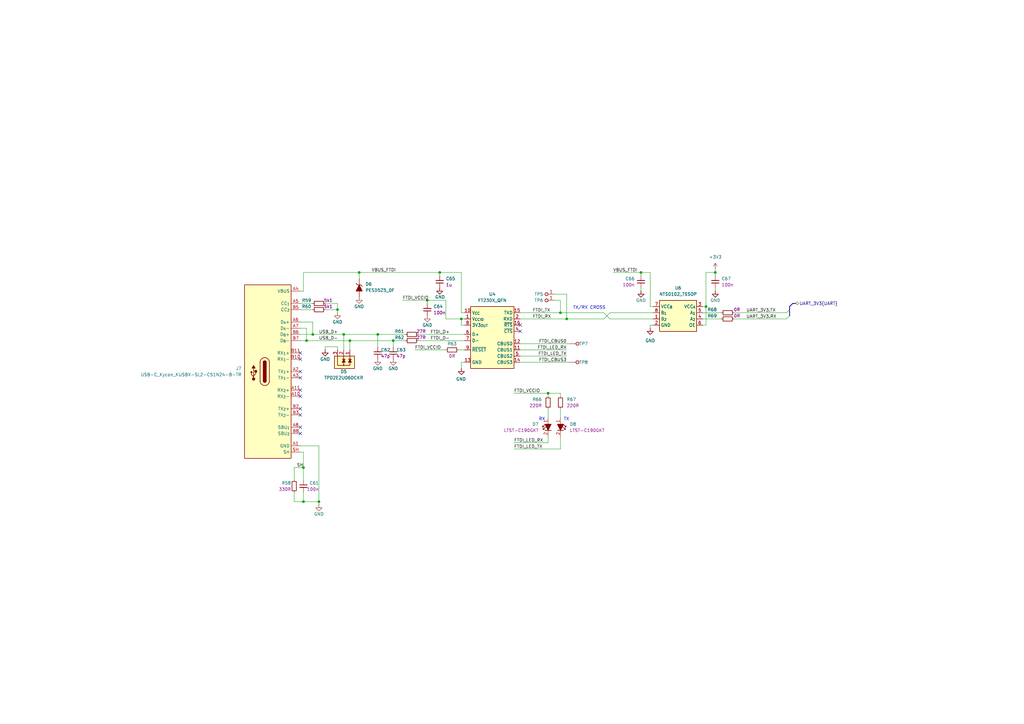
<source format=kicad_sch>
(kicad_sch (version 20230121) (generator eeschema)
  (paper "A3")
  (title_block (title "Com Express 7 baseboard") (date "2024-03-28") (rev "1.0.0") (company "Antmicro Ltd."))
  (lib_symbols
    (symbol "FT230X_QFN_1"
      (property "Reference" "U" (at 39.37 -7.62 0))
      (property "Value" "FT230X_QFN_1" (at 39.37 -10.16 0))
      (symbol "FT230X_QFN_1_1_1"
        (rectangle (start 2.54 2.54) (end 20.32 -22.86) (stroke (width 0.254)) (fill (type background)))
        (pin power_in line (at 0 -2.54 0) (length 2.54) (name "V_{CCIO}") (number "1"))
        (pin power_in line (at 0 0 0) (length 2.54) (name "V_{CC}") (number "10"))
        (pin bidirectional line (at 22.86 -15.24 180) (length 2.54) (name "CBUS1") (number "11"))
        (pin bidirectional line (at 22.86 -12.7 180) (length 2.54) (name "CBUS0") (number "12"))
        (pin power_in line (at 0 -20.32 0) (length 2.54) (name "GND") (number "13"))
        (pin bidirectional line (at 22.86 -20.32 180) (length 2.54) (name "CBUS3") (number "14"))
        (pin output line (at 22.86 0 180) (length 2.54) (name "TXD") (number "15"))
        (pin output line (at 22.86 -5.08 180) (length 2.54) (name "~{RTS}") (number "16"))
        (pin passive line (at 0 -20.32 0) (length 2.54) hide (name "GND") (number "17"))
        (pin input line (at 22.86 -2.54 180) (length 2.54) (name "RXD") (number "2"))
        (pin passive line (at 0 -20.32 0) (length 2.54) hide (name "GND") (number "3"))
        (pin input line (at 22.86 -7.62 180) (length 2.54) (name "~{CTS}") (number "4"))
        (pin bidirectional line (at 22.86 -17.78 180) (length 2.54) (name "CBUS2") (number "5"))
        (pin input line (at 0 -8.89 0) (length 2.54) (name "D+") (number "6"))
        (pin input line (at 0 -11.43 0) (length 2.54) (name "D-") (number "7"))
        (pin passive line (at 0 -5.08 0) (length 2.54) (name "3V3_{OUT}") (number "8"))
        (pin input line (at 0 -15.24 0) (length 2.54) (name "~{RESET}") (number "9"))
      )
    )
    (symbol "GND_1" (power) (pin_numbers hide) (pin_names hide)
      (property "Value" "GND_1" (at 8.89 -5.08 0))
      (symbol "GND_1_1_1"
        (polyline (pts (xy 0 0) (xy 0 -1.27) (xy 1.27 -1.27) (xy 0 -2.54) (xy -1.27 -1.27) (xy 0 -1.27)))
        (pin power_in line (at 0 0 270) (length 0) (name "GND") (number "1"))
      )
    )
    (symbol "TP_0.75mm_SMD_1" (pin_names hide) (in_bom no)
      (property "Reference" "TP" (at 10.795 -1.27 0))
      (symbol "TP_0.75mm_SMD_1_1_1"
        (circle (center 3.175 0) (radius 0.635) (stroke (width 0.254)))
        (pin passive line (at 0 0 0) (length 2.54) (name "1") (number "1"))
      )
    )
    (symbol "antmicroCapacitors0402:C_100n_0402" (pin_numbers hide) (pin_names hide)
      (property "Reference" "C" (at 20.32 -5.08 0))
      (property "Val" "100n" (at 20.32 -7.62 0))
      (symbol "C_100n_0402_0_1"
        (polyline (pts (xy 2.032 -1.524) (xy 2.032 1.524)) (stroke (width 0.3048)))
        (polyline (pts (xy 3.048 -1.524) (xy 3.048 1.524)) (stroke (width 0.3302)))
      )
      (symbol "C_100n_0402_1_1"
        (pin passive line (at 0 0 0) (length 2.032) (name "~") (number "1"))
        (pin passive line (at 5.08 0 180) (length 2.032) (name "~") (number "2"))
      )
    )
    (symbol "antmicroCapacitors0402:C_1u_0402" (pin_numbers hide) (pin_names hide)
      (property "Reference" "C" (at 20.32 -5.08 0))
      (property "Val" "1u" (at 20.32 -7.62 0))
      (symbol "C_1u_0402_0_1"
        (polyline (pts (xy 2.032 -1.524) (xy 2.032 1.524)) (stroke (width 0.3048)))
        (polyline (pts (xy 3.048 -1.524) (xy 3.048 1.524)) (stroke (width 0.3302)))
      )
      (symbol "C_1u_0402_1_1"
        (pin passive line (at 0 0 0) (length 2.032) (name "~") (number "1"))
        (pin passive line (at 5.08 0 180) (length 2.032) (name "~") (number "2"))
      )
    )
    (symbol "antmicroCapacitors0402:C_47p_0402" (pin_numbers hide) (pin_names hide)
      (property "Reference" "C" (at 20.32 -5.08 0))
      (property "Val" "47p" (at 20.32 -7.62 0))
      (symbol "C_47p_0402_0_1"
        (polyline (pts (xy 2.032 -1.524) (xy 2.032 1.524)) (stroke (width 0.3048)))
        (polyline (pts (xy 3.048 -1.524) (xy 3.048 1.524)) (stroke (width 0.3302)))
      )
      (symbol "C_47p_0402_1_1"
        (pin passive line (at 0 0 0) (length 2.032) (name "~") (number "1"))
        (pin passive line (at 5.08 0 180) (length 2.032) (name "~") (number "2"))
      )
    )
    (symbol "antmicroLEDIndicationDiscrete:LED_G_0603_LTST-C190GKT" (pin_names hide)
      (property "Reference" "D" (at 22.86 -5.08 0))
      (property "Value" "LED_G_0603_LTST-C190GKT" (at 22.86 -7.62 0))
      (symbol "LED_G_0603_LTST-C190GKT_1_1"
        (polyline (pts (xy 5.08 1.27) (xy 5.08 -1.27)) (stroke (width 0.254)))
        (polyline (pts (xy 2.54 1.27) (xy 2.54 -1.27) (xy 5.08 0) (xy 2.54 1.27)) (stroke (width 0.254)) (fill (type outline)))
        (polyline (pts (xy 3.683 2.286) (xy 3.683 1.778) (xy 3.683 2.286) (xy 3.175 2.286) (xy 3.683 2.286) (xy 2.794 1.397)) (stroke (width 0.254)))
        (polyline (pts (xy 4.699 2.032) (xy 4.699 1.524) (xy 4.699 2.032) (xy 4.191 2.032) (xy 4.699 2.032) (xy 3.683 1.016)) (stroke (width 0.254)))
        (pin passive line (at 0 0 0) (length 2.54) (name "1") (number "1"))
        (pin passive line (at 7.62 0 180) (length 2.54) (name "2") (number "2"))
      )
    )
    (symbol "antmicroLogicTranslatorsLevelShifters:NTS0102_TSSOP"
      (property "Reference" "U" (at 35.56 -3.81 0))
      (property "Value" "NTS0102_TSSOP" (at 35.56 -6.35 0))
      (symbol "NTS0102_TSSOP_1_1"
        (rectangle (start 2.54 2.54) (end 17.78 -10.16) (stroke (width 0.254)) (fill (type background)))
        (pin bidirectional line (at 20.32 -5.08 180) (length 2.54) (name "B_{2}") (number "1"))
        (pin power_in line (at 20.32 -7.62 180) (length 2.54) (name "GND") (number "2"))
        (pin power_in line (at 0 0 0) (length 2.54) (name "VCC_{A}") (number "3"))
        (pin bidirectional line (at 0 -5.08 0) (length 2.54) (name "A_{2}") (number "4"))
        (pin bidirectional line (at 0 -2.54 0) (length 2.54) (name "A_{1}") (number "5"))
        (pin input line (at 0 -7.62 0) (length 2.54) (name "OE") (number "6"))
        (pin power_in line (at 20.32 0 180) (length 2.54) (name "VCC_{B}") (number "7"))
        (pin bidirectional line (at 20.32 -2.54 180) (length 2.54) (name "B_{1}") (number "8"))
      )
    )
    (symbol "antmicroResistors0402:R_0R_0402" (pin_numbers hide) (pin_names hide)
      (property "Reference" "R" (at 20.32 -5.08 0))
      (property "Val" "0R" (at 20.32 -7.62 0))
      (symbol "R_0R_0402_0_1"
        (rectangle (start 0.635 0.889) (end 4.445 -0.889) (stroke (width 0.254)))
      )
      (symbol "R_0R_0402_1_1"
        (pin passive line (at 0 0 0) (length 0.635) (name "~") (number "1"))
        (pin passive line (at 5.08 0 180) (length 0.635) (name "~") (number "2"))
      )
    )
    (symbol "antmicroResistors0402:R_220R_0402" (pin_numbers hide) (pin_names hide)
      (property "Reference" "R" (at 20.32 -5.08 0))
      (property "Val" "220R" (at 20.32 -7.62 0))
      (symbol "R_220R_0402_0_1"
        (rectangle (start 0.635 0.889) (end 4.445 -0.889) (stroke (width 0.254)))
      )
      (symbol "R_220R_0402_1_1"
        (pin passive line (at 0 0 0) (length 0.635) (name "~") (number "1"))
        (pin passive line (at 5.08 0 180) (length 0.635) (name "~") (number "2"))
      )
    )
    (symbol "antmicroResistors0402:R_27R_0402" (pin_numbers hide) (pin_names hide)
      (property "Reference" "R" (at 20.32 -5.08 0))
      (property "Val" "27R" (at 20.32 -7.62 0))
      (symbol "R_27R_0402_0_1"
        (rectangle (start 0.635 0.889) (end 4.445 -0.889) (stroke (width 0.254)))
      )
      (symbol "R_27R_0402_1_1"
        (pin passive line (at 0 0 0) (length 0.635) (name "~") (number "1"))
        (pin passive line (at 5.08 0 180) (length 0.635) (name "~") (number "2"))
      )
    )
    (symbol "antmicroResistors0402:R_330R_0402" (pin_numbers hide) (pin_names hide)
      (property "Reference" "R" (at 20.32 -5.08 0))
      (property "Val" "330R" (at 20.32 -7.62 0))
      (symbol "R_330R_0402_0_1"
        (rectangle (start 0.635 0.889) (end 4.445 -0.889) (stroke (width 0.254)))
      )
      (symbol "R_330R_0402_1_1"
        (pin passive line (at 0 0 0) (length 0.635) (name "~") (number "1"))
        (pin passive line (at 5.08 0 180) (length 0.635) (name "~") (number "2"))
      )
    )
    (symbol "antmicroResistors0402:R_5k1_0402" (pin_numbers hide) (pin_names hide)
      (property "Reference" "R" (at 20.32 -5.08 0))
      (property "Val" "5k1" (at 20.32 -7.62 0))
      (symbol "R_5k1_0402_0_1"
        (rectangle (start 0.635 0.889) (end 4.445 -0.889) (stroke (width 0.254)))
      )
      (symbol "R_5k1_0402_1_1"
        (pin passive line (at 0 0 0) (length 0.635) (name "~") (number "1"))
        (pin passive line (at 5.08 0 180) (length 0.635) (name "~") (number "2"))
      )
    )
    (symbol "antmicroTVSDiodes:PESD5Z5_0F" (pin_numbers hide) (pin_names hide)
      (property "Reference" "D" (at 15.24 0 0))
      (property "Value" "PESD5Z5_0F" (at 15.24 -2.54 0))
      (symbol "PESD5Z5_0F_0_1"
        (polyline (pts (xy 5.715 1.27) (xy 5.08 0.635) (xy 5.08 -0.635) (xy 4.445 -1.27)) (stroke (width 0.254)))
      )
      (symbol "PESD5Z5_0F_1_1"
        (polyline (pts (xy 2.54 1.27) (xy 2.54 -1.27) (xy 5.08 0) (xy 2.54 1.27)) (stroke (width 0.254)) (fill (type outline)))
        (pin passive line (at 7.62 0 180) (length 2.54) (name "1") (number "1"))
        (pin passive line (at 0 0 0) (length 2.54) (name "2") (number "2"))
      )
    )
    (symbol "antmicroTVSDiodes:TPD2E2U06DCKR" (pin_names hide)
      (property "Reference" "D" (at 13.97 4.445 0))
      (property "Value" "TPD2E2U06DCKR" (at 13.97 1.905 0))
      (symbol "TPD2E2U06DCKR_0_1"
        (polyline (pts (xy 3.81 -2.54) (xy 2.54 -2.54)) (stroke (width 0.254)))
        (polyline (pts (xy 3.81 0) (xy 2.54 0)) (stroke (width 0.254)))
        (polyline (pts (xy 5.08 -2.54) (xy 6.35 -2.54)) (stroke (width 0.254)))
        (polyline (pts (xy 2.54 -5.08) (xy 6.35 -5.08) (xy 6.35 0) (xy 5.08 0)) (stroke (width 0.254)))
      )
      (symbol "TPD2E2U06DCKR_1_1"
        (polyline (pts (xy 3.81 -3.175) (xy 3.81 -2.921) (xy 3.81 -2.159) (xy 4.064 -1.905)) (stroke (width 0.254)) (fill (type background)))
        (polyline (pts (xy 3.81 -0.635) (xy 3.81 -0.381) (xy 3.81 0.381) (xy 4.064 0.635)) (stroke (width 0.254)) (fill (type background)))
        (polyline (pts (xy 5.08 -3.175) (xy 5.08 -1.905) (xy 3.81 -2.54) (xy 5.08 -3.175)) (stroke (width 0.254)) (fill (type outline)))
        (polyline (pts (xy 5.08 -0.635) (xy 5.08 0.635) (xy 3.81 0) (xy 5.08 -0.635)) (stroke (width 0.254)) (fill (type outline)))
        (rectangle (start 2.54 1.905) (end 7.62 -6.35) (stroke (width 0.254)) (fill (type background)))
        (circle (center 6.35 -2.54) (radius 0.127) (stroke (width 0.254)) (fill (type background)))
        (pin passive line (at 0 0 0) (length 2.54) (name "1") (number "1"))
        (pin passive line (at 0 -2.54 0) (length 2.54) (name "2") (number "2"))
        (pin passive line (at 0 -5.08 0) (length 2.54) (name "3") (number "3"))
      )
    )
    (symbol "antmicroTestPoints:TP_0.75mm_SMD" (pin_numbers hide) (pin_names hide)
      (property "Reference" "TP" (at 17.78 -5.08 0))
      (symbol "TP_0.75mm_SMD_1_1"
        (circle (center 3.175 0) (radius 0.635) (stroke (width 0.254)))
        (pin passive line (at 0 0 0) (length 2.54) (name "1") (number "1"))
      )
    )
    (symbol "antmicroUSBConnectors:USB-C_Kycon_KUSBX-SL2-CS1N24-B-TR"
      (property "Reference" "J" (at 43.18 -2.54 0))
      (property "Value" "USB-C_Kycon_KUSBX-SL2-CS1N24-B-TR" (at 43.18 -5.08 0))
      (symbol "USB-C_Kycon_KUSBX-SL2-CS1N24-B-TR_1_1"
        (rectangle (start -22.86 -68.58) (end -3.81 2.54) (stroke (width 0.254)) (fill (type background)))
        (circle (center -20.066 -33.274) (radius 0.284) (stroke (width 0.254)) (fill (type outline)))
        (circle (center -19.177 -36.068) (radius 0.5236) (stroke (width 0.254)) (fill (type outline)))
        (rectangle (start -18.669 -33.274) (end -17.907 -32.512) (stroke (width 0.254)) (fill (type outline)))
        (arc (start -16.51 -36.83) (mid -14.605 -38.7267) (end -12.7 -36.83) (stroke (width 0.254)) (fill (type background)))
        (arc (start -15.24 -36.83) (mid -14.605 -37.4623) (end -13.97 -36.83) (stroke (width 0.254)) (fill (type outline)))
        (arc (start -15.24 -36.83) (mid -14.605 -37.4623) (end -13.97 -36.83) (stroke (width 0.254)) (fill (type background)))
        (rectangle (start -15.24 -36.83) (end -13.97 -29.21) (stroke (width 0.254)) (fill (type outline)))
        (arc (start -13.97 -29.21) (mid -14.605 -28.5777) (end -15.24 -29.21) (stroke (width 0.254)) (fill (type outline)))
        (arc (start -13.97 -29.21) (mid -14.605 -28.5777) (end -15.24 -29.21) (stroke (width 0.254)) (fill (type background)))
        (arc (start -12.7 -29.21) (mid -14.605 -27.3133) (end -16.51 -29.21) (stroke (width 0.254)) (fill (type background)))
        (polyline (pts (xy -19.177 -35.941) (xy -19.177 -31.623)) (stroke (width 0.254)) (fill (type background)))
        (polyline (pts (xy -16.51 -36.83) (xy -16.51 -29.21)) (stroke (width 0.254)) (fill (type background)))
        (polyline (pts (xy -12.7 -29.21) (xy -12.7 -36.83)) (stroke (width 0.254)) (fill (type background)))
        (polyline (pts (xy -19.177 -35.179) (xy -20.066 -34.29) (xy -20.066 -33.655)) (stroke (width 0.254)) (fill (type background)))
        (polyline (pts (xy -19.177 -34.798) (xy -18.288 -33.909) (xy -18.288 -33.274)) (stroke (width 0.254)) (fill (type background)))
        (polyline (pts (xy -19.812 -31.623) (xy -19.177 -30.48) (xy -18.542 -31.623) (xy -19.812 -31.623)) (stroke (width 0.254)) (fill (type outline)))
        (pin power_in line (at 0 -63.5 180) (length 3.81) (name "GND") (number "A1"))
        (pin bidirectional line (at 0 -43.18 180) (length 3.81) (name "RX_{2}-") (number "A10"))
        (pin bidirectional line (at 0 -40.64 180) (length 3.81) (name "RX_{2}+") (number "A11"))
        (pin passive line (at 0 -63.5 180) (length 3.81) hide (name "GND") (number "A12"))
        (pin bidirectional line (at 0 -33.02 180) (length 3.81) (name "TX_{1}+") (number "A2"))
        (pin bidirectional line (at 0 -35.56 180) (length 3.81) (name "TX_{1}-") (number "A3"))
        (pin passive line (at 0 0 180) (length 3.81) (name "VBUS") (number "A4"))
        (pin bidirectional line (at 0 -5.08 180) (length 3.81) (name "CC_{1}") (number "A5"))
        (pin bidirectional line (at 0 -12.7 180) (length 3.81) (name "D_{A}+") (number "A6"))
        (pin bidirectional line (at 0 -15.24 180) (length 3.81) (name "D_{A}-") (number "A7"))
        (pin bidirectional line (at 0 -55.88 180) (length 3.81) (name "SBU_{1}") (number "A8"))
        (pin passive line (at 0 0 180) (length 3.81) hide (name "VBUS") (number "A9"))
        (pin passive line (at 0 -63.5 180) (length 3.81) hide (name "GND") (number "B1"))
        (pin bidirectional line (at 0 -27.94 180) (length 3.81) (name "RX_{1}-") (number "B10"))
        (pin bidirectional line (at 0 -25.4 180) (length 3.81) (name "RX_{1}+") (number "B11"))
        (pin passive line (at 0 -63.5 180) (length 3.81) hide (name "GND") (number "B12"))
        (pin bidirectional line (at 0 -48.26 180) (length 3.81) (name "TX_{2}+") (number "B2"))
        (pin bidirectional line (at 0 -50.8 180) (length 3.81) (name "TX_{2}-") (number "B3"))
        (pin passive line (at 0 0 180) (length 3.81) hide (name "VBUS") (number "B4"))
        (pin bidirectional line (at 0 -7.62 180) (length 3.81) (name "CC_{2}") (number "B5"))
        (pin bidirectional line (at 0 -17.78 180) (length 3.81) (name "D_{B}+") (number "B6"))
        (pin bidirectional line (at 0 -20.32 180) (length 3.81) (name "D_{B}-") (number "B7"))
        (pin bidirectional line (at 0 -58.42 180) (length 3.81) (name "SBU_{2}") (number "B8"))
        (pin passive line (at 0 0 180) (length 3.81) hide (name "VBUS") (number "B9"))
        (pin passive line (at 0 -66.04 180) (length 3.81) (name "SH") (number "SH"))
      )
    )
    (symbol "antmicropower:+3V3" (power) (pin_numbers hide) (pin_names hide)
      (property "Value" "+3V3" (at -3.175 2.54 0))
      (symbol "+3V3_0_1"
        (polyline (pts (xy 0 0) (xy 0 2.54)))
        (polyline (pts (xy 0 2.54) (xy -0.762 1.27)))
        (polyline (pts (xy 0 2.54) (xy 0.762 1.27)))
      )
      (symbol "+3V3_1_1"
        (pin power_in line (at 0 0 90) (length 0) hide (name "+3V3") (number "1"))
      )
    )
    (symbol "antmicropower:GND" (power) (pin_numbers hide) (pin_names hide)
      (property "Reference" "#PWR" (at 8.89 -2.54 0))
      (symbol "GND_1_1"
        (polyline (pts (xy 0 0) (xy 0 -1.27) (xy 1.27 -1.27) (xy 0 -2.54) (xy -1.27 -1.27) (xy 0 -1.27)) (stroke (width 0.254)))
        (pin power_in line (at 0 0 270) (length 0) (name "GND") (number "1"))
      )
    )
  )
  (bus_alias "UART" (members "RX" "TX"))
  (junction (at 180.34 111.76))
  (junction (at 124.46 205.74))
  (junction (at 229.87 128.27))
  (junction (at 161.29 139.7))
  (junction (at 154.94 137.16))
  (junction (at 140.97 137.16))
  (junction (at 124.46 191.77))
  (junction (at 128.27 137.16))
  (junction (at 224.79 161.29))
  (junction (at 147.32 111.76))
  (junction (at 189.23 130.81))
  (junction (at 232.41 130.81))
  (junction (at 175.26 123.19))
  (junction (at 138.43 127))
  (junction (at 125.73 139.7))
  (junction (at 130.81 205.74))
  (junction (at 293.37 111.76))
  (junction (at 262.89 111.76))
  (junction (at 143.51 139.7))
  (junction (at 289.56 125.73))
  (no_connect (at 123.19 170.18))
  (no_connect (at 123.19 175.26))
  (no_connect (at 123.19 147.32))
  (no_connect (at 123.19 177.8))
  (no_connect (at 123.19 152.4))
  (no_connect (at 123.19 154.94))
  (no_connect (at 123.19 167.64))
  (no_connect (at 213.36 135.89))
  (no_connect (at 123.19 162.56))
  (no_connect (at 213.36 133.35))
  (no_connect (at 123.19 144.78))
  (no_connect (at 123.19 160.02))
  (bus_entry (at 322.58 128.27) (size 1.27 -1.27))
  (bus_entry (at 322.58 130.81) (size 1.27 -1.27))
  (wire (pts (xy 138.43 142.24) (xy 133.35 142.24)))
  (wire (pts (xy 189.23 130.81) (xy 190.5 130.81)))
  (wire (pts (xy 210.82 161.29) (xy 224.79 161.29)))
  (wire (pts (xy 213.36 143.51) (xy 232.41 143.51)))
  (wire (pts (xy 266.7 111.76) (xy 266.7 125.73)))
  (wire (pts (xy 130.81 205.74) (xy 130.81 207.01)))
  (wire (pts (xy 140.97 137.16) (xy 154.94 137.16)))
  (wire (pts (xy 189.23 148.59) (xy 189.23 151.13)))
  (wire (pts (xy 267.97 133.35) (xy 266.7 133.35)))
  (wire (pts (xy 210.82 184.15) (xy 229.87 184.15)))
  (wire (pts (xy 187.96 143.51) (xy 190.5 143.51)))
  (wire (pts (xy 143.51 139.7) (xy 143.51 143.51)))
  (wire (pts (xy 227.33 123.19) (xy 229.87 123.19)))
  (wire (pts (xy 266.7 125.73) (xy 267.97 125.73)))
  (wire (pts (xy 125.73 134.62) (xy 125.73 139.7)))
  (bus (pts (xy 323.85 125.73) (xy 323.85 127)))
  (wire (pts (xy 138.43 143.51) (xy 138.43 142.24)))
  (wire (pts (xy 189.23 130.81) (xy 182.88 130.81)))
  (wire (pts (xy 229.87 184.15) (xy 229.87 179.07)))
  (wire (pts (xy 128.27 132.08) (xy 128.27 137.16)))
  (wire (pts (xy 213.36 148.59) (xy 233.68 148.59)))
  (wire (pts (xy 227.33 120.65) (xy 232.41 120.65)))
  (wire (pts (xy 262.89 118.11) (xy 262.89 119.38)))
  (wire (pts (xy 250.19 130.81) (xy 247.65 128.27)))
  (wire (pts (xy 171.45 137.16) (xy 190.5 137.16)))
  (wire (pts (xy 130.81 182.88) (xy 123.19 182.88)))
  (wire (pts (xy 213.36 128.27) (xy 229.87 128.27)))
  (wire (pts (xy 130.81 182.88) (xy 130.81 205.74)))
  (wire (pts (xy 300.99 128.27) (xy 322.58 128.27)))
  (wire (pts (xy 123.19 127) (xy 128.27 127)))
  (wire (pts (xy 124.46 111.76) (xy 124.46 119.38)))
  (wire (pts (xy 189.23 128.27) (xy 190.5 128.27)))
  (wire (pts (xy 180.34 111.76) (xy 180.34 113.03)))
  (wire (pts (xy 133.35 127) (xy 138.43 127)))
  (wire (pts (xy 124.46 205.74) (xy 124.46 201.93)))
  (wire (pts (xy 262.89 111.76) (xy 266.7 111.76)))
  (wire (pts (xy 232.41 130.81) (xy 247.65 130.81)))
  (wire (pts (xy 262.89 111.76) (xy 262.89 113.03)))
  (wire (pts (xy 120.65 205.74) (xy 120.65 201.93)))
  (wire (pts (xy 133.35 124.46) (xy 138.43 124.46)))
  (wire (pts (xy 224.79 161.29) (xy 229.87 161.29)))
  (wire (pts (xy 229.87 123.19) (xy 229.87 128.27)))
  (wire (pts (xy 124.46 111.76) (xy 147.32 111.76)))
  (wire (pts (xy 140.97 137.16) (xy 140.97 143.51)))
  (wire (pts (xy 180.34 111.76) (xy 189.23 111.76)))
  (wire (pts (xy 166.37 137.16) (xy 154.94 137.16)))
  (wire (pts (xy 124.46 205.74) (xy 120.65 205.74)))
  (wire (pts (xy 224.79 161.29) (xy 224.79 162.56)))
  (wire (pts (xy 293.37 111.76) (xy 293.37 113.03)))
  (wire (pts (xy 190.5 133.35) (xy 189.23 133.35)))
  (wire (pts (xy 229.87 161.29) (xy 229.87 162.56)))
  (wire (pts (xy 266.7 133.35) (xy 266.7 134.62)))
  (bus (pts (xy 325.12 124.46) (xy 326.39 124.46)))
  (wire (pts (xy 224.79 181.61) (xy 224.79 179.07)))
  (wire (pts (xy 123.19 185.42) (xy 124.46 185.42)))
  (wire (pts (xy 124.46 196.85) (xy 124.46 191.77)))
  (wire (pts (xy 170.18 143.51) (xy 182.88 143.51)))
  (wire (pts (xy 147.32 111.76) (xy 180.34 111.76)))
  (wire (pts (xy 161.29 142.24) (xy 161.29 139.7)))
  (wire (pts (xy 289.56 133.35) (xy 288.29 133.35)))
  (wire (pts (xy 123.19 124.46) (xy 128.27 124.46)))
  (wire (pts (xy 293.37 110.49) (xy 293.37 111.76)))
  (wire (pts (xy 124.46 119.38) (xy 123.19 119.38)))
  (wire (pts (xy 288.29 125.73) (xy 289.56 125.73)))
  (wire (pts (xy 133.35 142.24) (xy 133.35 143.51)))
  (wire (pts (xy 295.91 130.81) (xy 288.29 130.81)))
  (wire (pts (xy 289.56 111.76) (xy 289.56 125.73)))
  (wire (pts (xy 171.45 139.7) (xy 190.5 139.7)))
  (wire (pts (xy 175.26 123.19) (xy 175.26 124.46)))
  (wire (pts (xy 247.65 130.81) (xy 250.19 128.27)))
  (wire (pts (xy 289.56 125.73) (xy 289.56 133.35)))
  (wire (pts (xy 295.91 128.27) (xy 288.29 128.27)))
  (wire (pts (xy 182.88 130.81) (xy 182.88 123.19)))
  (wire (pts (xy 300.99 130.81) (xy 322.58 130.81)))
  (wire (pts (xy 293.37 118.11) (xy 293.37 119.38)))
  (wire (pts (xy 229.87 167.64) (xy 229.87 171.45)))
  (wire (pts (xy 128.27 137.16) (xy 140.97 137.16)))
  (wire (pts (xy 130.81 205.74) (xy 124.46 205.74)))
  (wire (pts (xy 120.65 196.85) (xy 120.65 191.77)))
  (wire (pts (xy 189.23 133.35) (xy 189.23 130.81)))
  (wire (pts (xy 143.51 139.7) (xy 161.29 139.7)))
  (wire (pts (xy 123.19 134.62) (xy 125.73 134.62)))
  (wire (pts (xy 165.1 123.19) (xy 175.26 123.19)))
  (wire (pts (xy 123.19 137.16) (xy 128.27 137.16)))
  (wire (pts (xy 154.94 137.16) (xy 154.94 142.24)))
  (wire (pts (xy 250.19 128.27) (xy 267.97 128.27)))
  (wire (pts (xy 120.65 191.77) (xy 124.46 191.77)))
  (wire (pts (xy 293.37 111.76) (xy 289.56 111.76)))
  (wire (pts (xy 213.36 130.81) (xy 232.41 130.81)))
  (wire (pts (xy 210.82 181.61) (xy 224.79 181.61)))
  (wire (pts (xy 175.26 123.19) (xy 182.88 123.19)))
  (wire (pts (xy 125.73 139.7) (xy 143.51 139.7)))
  (wire (pts (xy 189.23 111.76) (xy 189.23 128.27)))
  (wire (pts (xy 138.43 127) (xy 138.43 128.27)))
  (wire (pts (xy 161.29 139.7) (xy 166.37 139.7)))
  (wire (pts (xy 138.43 124.46) (xy 138.43 127)))
  (bus (pts (xy 323.85 127) (xy 323.85 129.54)))
  (wire (pts (xy 213.36 146.05) (xy 232.41 146.05)))
  (wire (pts (xy 224.79 167.64) (xy 224.79 171.45)))
  (wire (pts (xy 250.19 130.81) (xy 267.97 130.81)))
  (wire (pts (xy 123.19 139.7) (xy 125.73 139.7)))
  (wire (pts (xy 147.32 111.76) (xy 147.32 114.3)))
  (wire (pts (xy 190.5 148.59) (xy 189.23 148.59)))
  (wire (pts (xy 232.41 120.65) (xy 232.41 130.81)))
  (wire (pts (xy 123.19 132.08) (xy 128.27 132.08)))
  (wire (pts (xy 124.46 185.42) (xy 124.46 191.77)))
  (wire (pts (xy 213.36 140.97) (xy 233.68 140.97)))
  (wire (pts (xy 229.87 128.27) (xy 247.65 128.27)))
  (bus (pts (xy 323.85 125.73) (xy 325.12 124.46)))
  (wire (pts (xy 251.46 111.76) (xy 262.89 111.76)))
  (text "RX" (at 220.98 172.72 0) (effects (font (size 1.27 1.27)) (justify left bottom)))
  (text "TX\n" (at 231.14 172.72 0) (effects (font (size 1.27 1.27)) (justify left bottom)))
  (text "TX/RX CROSS\n" (at 234.95 127 0) (effects (font (size 1.27 1.27)) (justify left bottom)))
  (label "FTDI_CBUS0" (at 232.41 140.97 180))
  (label "FTDI_LED_RX" (at 232.41 143.51 180))
  (label "FTDI_D+" (at 176.53 137.16 0))
  (label "FTDI_VCCIO" (at 210.82 161.29 0))
  (label "UART_3V3.RX" (at 306.07 130.81 0))
  (label "FTDI_LED_TX" (at 210.82 184.15 0))
  (label "FTDI_D-" (at 176.53 139.7 0))
  (label "FTDI_CBUS3" (at 232.41 148.59 180))
  (label "FTDI_VCCIO" (at 165.1 123.19 0))
  (label "FTDI_LED_RX" (at 210.82 181.61 0))
  (label "SH" (at 124.46 191.77 180))
  (label "UART_3V3.TX" (at 306.07 128.27 0))
  (label "USB_D-" (at 130.81 139.7 0))
  (label "FTDI_TX" (at 218.44 128.27 0))
  (label "VBUS_FTDI" (at 251.46 111.76 0))
  (label "USB_D+" (at 130.81 137.16 0))
  (label "VBUS_FTDI" (at 152.4 111.76 0))
  (label "FTDI_RX" (at 218.44 130.81 0))
  (label "FTDI_VCCIO" (at 170.18 143.51 0))
  (label "FTDI_LED_TX" (at 232.41 146.05 180))
  (hierarchical_label "UART_3V3{UART}" (shape bidirectional) (at 326.39 124.46 0))
  (symbol (lib_id "antmicroUSBConnectors:USB-C_Kycon_KUSBX-SL2-CS1N24-B-TR") (at 123.19 119.38 0) (unit 1)
    (property "Reference" "J7" (at 99.06 151.13 0) (effects (justify right)))
    (property "Value" "USB-C_Kycon_KUSBX-SL2-CS1N24-B-TR" (at 99.06 153.67 0) (effects (justify right)))
    (property "Footprint" "antmicro-footprints:USB-C_Receptacle_Kycon_KUSBX-SL2-CS1N24-B-TR" (effects hide))
    (property "Datasheet" "https://www.kycon.com/Pub_Eng_Draw/KUSBX-SL2-CS1N24-B-TR.pdf" (effects hide))
    (property "MPN" "KUSBX-SL2-CS1N24-B-TR" (effects hide))
    (property "Manufacturer" "Kycon" (effects hide))
    (property "License" "Apache-2.0" (effects hide))
    (property "Author" "Antmicro" (effects hide))
  )
  (symbol (lib_id "antmicropower:GND") (at 133.35 143.51 0) (unit 1)
    (property "Reference" "#PWR066" (effects hide))
    (property "Value" "GND" (at 133.35 147.32 0))
    (property "Author" "Antmicro" (effects hide))
    (property "License" "Apache-2.0" (effects hide))
  )
  (symbol (lib_name "GND_1") (lib_id "antmicropower:GND") (at 175.26 129.54 0) (mirror y) (unit 1)
    (property "Reference" "#PWR071" (effects hide))
    (property "Value" "GND" (at 175.26 133.35 0))
    (property "Author" "Antmicro" (effects hide))
    (property "License" "Apache-2.0" (effects hide))
  )
  (symbol (lib_name "FT230X_QFN_1") (lib_id "antmicroInterfaceControllers:FT230X_QFN") (at 190.5 128.27 0) (unit 1)
    (property "Reference" "U4" (at 201.93 120.65 0))
    (property "Value" "FT230X_QFN" (at 201.93 123.19 0))
    (property "Footprint" "antmicro-footprints:QFN-16-1EP_4x4mm_P0.65mm" (effects hide))
    (property "Datasheet" "https://ftdichip.com/wp-content/uploads/2021/10/DS_FT230X.pdf" (effects hide))
    (property "MPN" "FT230XQ-R" (effects hide))
    (property "Manufacturer" "FTDI Chip" (effects hide))
    (property "Author" "Antmicro" (effects hide))
    (property "License" "Apache-2.0" (effects hide))
  )
  (symbol (lib_id "antmicroResistors0402:R_0R_0402") (at 295.91 128.27 0) (unit 1)
    (property "Reference" "R68" (at 292.1 127 0))
    (property "Value" "R_0R_0402" (effects hide))
    (property "Footprint" "antmicro-footprints:R_0402_1005Metric" (effects hide))
    (property "Datasheet" "https://industrial.panasonic.com/cdbs/www-data/pdf/RDA0000/AOA0000C301.pdf" (effects hide))
    (property "MPN" "ERJ2GE0R00X" (effects hide))
    (property "Manufacturer" "Panasonic" (effects hide))
    (property "License" "Apache-2.0" (effects hide))
    (property "Author" "Antmicro" (effects hide))
    (property "Val" "0R" (at 302.26 127 0))
    (property "Current" "1A" (effects hide))
  )
  (symbol (lib_name "GND_1") (lib_id "antmicropower:GND") (at 161.29 147.32 0) (mirror y) (unit 1)
    (property "Reference" "#PWR070" (effects hide))
    (property "Value" "GND" (at 161.29 151.13 0))
    (property "Author" "Antmicro" (effects hide))
    (property "License" "Apache-2.0" (effects hide))
  )
  (symbol (lib_id "antmicroCapacitors0402:C_100n_0402") (at 124.46 196.85 90) (mirror x) (unit 1)
    (property "Reference" "C61" (at 130.81 198.12 90) (effects (justify left)))
    (property "Value" "C_100n_0402" (effects hide))
    (property "Footprint" "antmicro-footprints:C_0402_1005Metric" (effects hide))
    (property "Datasheet" "https://www.murata.com/products/productdetail?partno=GRM155R61H104KE14%23" (effects hide))
    (property "MPN" "GRM155R61H104KE14D" (effects hide))
    (property "Manufacturer" "Murata" (effects hide))
    (property "License" "Apache-2.0" (effects hide))
    (property "Author" "Antmicro" (effects hide))
    (property "Val" "100n" (at 130.81 200.66 90) (effects (justify left)))
    (property "Voltage" "50V" (effects hide))
    (property "Dielectric" "X5R" (effects hide))
  )
  (symbol (lib_id "antmicroCapacitors0402:C_100n_0402") (at 175.26 129.54 90) (unit 1)
    (property "Reference" "C64" (at 177.8 125.7235 90) (effects (justify right)))
    (property "Value" "C_100n_0402" (effects hide))
    (property "Footprint" "antmicro-footprints:C_0402_1005Metric" (effects hide))
    (property "Datasheet" "https://www.murata.com/products/productdetail?partno=GRM155R61H104KE14%23" (effects hide))
    (property "MPN" "GRM155R61H104KE14D" (effects hide))
    (property "Manufacturer" "Murata" (effects hide))
    (property "License" "Apache-2.0" (effects hide))
    (property "Author" "Antmicro" (effects hide))
    (property "Val" "100n" (at 177.8 128.2635 90) (effects (justify right)))
    (property "Voltage" "50V" (effects hide))
    (property "Dielectric" "X5R" (effects hide))
  )
  (symbol (lib_id "antmicroCapacitors0402:C_47p_0402") (at 154.94 147.32 90) (unit 1)
    (property "Reference" "C62" (at 156.21 143.51 90) (effects (justify right)))
    (property "Value" "C_47p_0402" (effects hide))
    (property "Footprint" "antmicro-footprints:C_0402_1005Metric" (effects hide))
    (property "Datasheet" "https://www.kemet.com/en/us/capacitors/product/C0402C470J5GACTU.html" (effects hide))
    (property "MPN" "C0402C470J5GACTU" (effects hide))
    (property "Manufacturer" "KEMET" (effects hide))
    (property "License" "Apache-2.0" (effects hide))
    (property "Author" "Antmicro" (effects hide))
    (property "Val" "47p" (at 156.21 146.05 90) (effects (justify right)))
    (property "Dielectric" "C0G" (effects hide))
  )
  (symbol (lib_name "GND_1") (lib_id "antmicropower:GND") (at 154.94 147.32 0) (mirror y) (unit 1)
    (property "Reference" "#PWR069" (effects hide))
    (property "Value" "GND" (at 154.94 151.13 0))
    (property "Author" "Antmicro" (effects hide))
    (property "License" "Apache-2.0" (effects hide))
  )
  (symbol (lib_name "TP_0.75mm_SMD_1") (lib_id "antmicroTestPoints:TP_0.75mm_SMD") (at 227.33 120.65 180) (unit 1)
    (property "Reference" "TP5" (at 220.98 120.65 0))
    (property "Value" "TP_0.75mm_SMD" (effects hide))
    (property "Footprint" "antmicro-footprints:TP_SMD_0.75mm" (effects hide))
    (property "Author" "Antmicro" (effects hide))
    (property "License" "Apache-2.0" (effects hide))
  )
  (symbol (lib_id "antmicroResistors0402:R_220R_0402") (at 224.79 167.64 90) (unit 1)
    (property "Reference" "R66" (at 222.25 163.8299 90) (effects (justify left)))
    (property "Value" "R_220R_0402" (effects hide))
    (property "Footprint" "antmicro-footprints:R_0402_1005Metric" (effects hide))
    (property "Datasheet" "https://www.bourns.com/docs/product-datasheets/cr.pdf" (effects hide))
    (property "MPN" "CR0402-FX-2200GLF" (effects hide))
    (property "Manufacturer" "Bourns" (effects hide))
    (property "License" "Apache-2.0" (effects hide))
    (property "Author" "Antmicro" (effects hide))
    (property "Val" "220R" (at 222.25 166.3699 90) (effects (justify left)))
    (property "Tolerance" "1%" (effects hide))
  )
  (symbol (lib_id "antmicroResistors0402:R_5k1_0402") (at 128.27 124.46 0) (unit 1)
    (property "Reference" "R59" (at 125.73 123.19 0))
    (property "Value" "R_5k1_0402" (effects hide))
    (property "Footprint" "antmicro-footprints:R_0402_1005Metric" (effects hide))
    (property "Datasheet" "https://www.bourns.com/docs/product-datasheets/cr.pdf" (effects hide))
    (property "MPN" "CR0402-FX-5101GLF" (effects hide))
    (property "Manufacturer" "Bourns" (effects hide))
    (property "License" "Apache-2.0" (effects hide))
    (property "Author" "Antmicro" (effects hide))
    (property "Val" "5k1" (at 134.62 123.19 0))
    (property "Tolerance" "1%" (effects hide))
  )
  (symbol (lib_id "antmicropower:GND") (at 262.89 119.38 0) (mirror y) (unit 1)
    (property "Reference" "#PWR074" (effects hide))
    (property "Value" "GND" (at 262.89 123.19 0))
    (property "Author" "Antmicro" (effects hide))
    (property "License" "Apache-2.0" (effects hide))
  )
  (symbol (lib_id "antmicroResistors0402:R_220R_0402") (at 229.87 167.64 90) (unit 1)
    (property "Reference" "R67" (at 232.41 163.8299 90) (effects (justify right)))
    (property "Value" "R_220R_0402" (effects hide))
    (property "Footprint" "antmicro-footprints:R_0402_1005Metric" (effects hide))
    (property "Datasheet" "https://www.bourns.com/docs/product-datasheets/cr.pdf" (effects hide))
    (property "MPN" "CR0402-FX-2200GLF" (effects hide))
    (property "Manufacturer" "Bourns" (effects hide))
    (property "License" "Apache-2.0" (effects hide))
    (property "Author" "Antmicro" (effects hide))
    (property "Val" "220R" (at 232.41 166.3699 90) (effects (justify right)))
    (property "Tolerance" "1%" (effects hide))
  )
  (symbol (lib_id "antmicroTestPoints:TP_0.75mm_SMD") (at 233.68 140.97 0) (unit 1)
    (property "Reference" "TP7" (at 237.49 140.97 0) (effects (justify left)))
    (property "Value" "TP_0.75mm_SMD" (effects hide))
    (property "Footprint" "antmicro-footprints:TP_SMD_0.75mm" (effects hide))
    (property "Author" "Antmicro" (effects hide))
    (property "License" "Apache-2.0" (effects hide))
  )
  (symbol (lib_id "antmicroResistors0402:R_5k1_0402") (at 128.27 127 0) (unit 1)
    (property "Reference" "R60" (at 125.73 125.73 0))
    (property "Value" "R_5k1_0402" (effects hide))
    (property "Footprint" "antmicro-footprints:R_0402_1005Metric" (effects hide))
    (property "Datasheet" "https://www.bourns.com/docs/product-datasheets/cr.pdf" (effects hide))
    (property "MPN" "CR0402-FX-5101GLF" (effects hide))
    (property "Manufacturer" "Bourns" (effects hide))
    (property "License" "Apache-2.0" (effects hide))
    (property "Author" "Antmicro" (effects hide))
    (property "Val" "5k1" (at 134.62 125.73 0))
    (property "Tolerance" "1%" (effects hide))
  )
  (symbol (lib_name "GND_1") (lib_id "antmicropower:GND") (at 138.43 128.27 0) (mirror y) (unit 1)
    (property "Reference" "#PWR067" (effects hide))
    (property "Value" "GND" (at 138.43 132.08 0))
    (property "Author" "Antmicro" (effects hide))
    (property "License" "Apache-2.0" (effects hide))
  )
  (symbol (lib_id "antmicroLEDIndicationDiscrete:LED_G_0603_LTST-C190GKT") (at 229.87 171.45 270) (unit 1)
    (property "Reference" "D8" (at 233.68 173.9899 90) (effects (justify left)))
    (property "Value" "LED_G_0603_LTST-C190GKT" (effects hide))
    (property "Footprint" "antmicro-footprints:LED_0603_1608Metric_G" (effects hide))
    (property "Datasheet" "https://media.digikey.com/pdf/Data%20Sheets/Lite-On%20PDFs/LTST-C190GKT.pdf" (effects hide))
    (property "MPN" "LTST-C190GKT" (at 233.68 176.5299 90) (effects (justify left)))
    (property "Manufacturer" "Lite-On Inc." (effects hide))
    (property "Author" "Antmicro" (effects hide))
    (property "License" "Apache-2.0" (effects hide))
  )
  (symbol (lib_id "antmicroResistors0402:R_0R_0402") (at 182.88 143.51 0) (unit 1)
    (property "Reference" "R63" (at 185.42 140.97 0))
    (property "Value" "R_0R_0402" (effects hide))
    (property "Footprint" "antmicro-footprints:R_0402_1005Metric" (effects hide))
    (property "Datasheet" "https://industrial.panasonic.com/cdbs/www-data/pdf/RDA0000/AOA0000C301.pdf" (effects hide))
    (property "MPN" "ERJ2GE0R00X" (effects hide))
    (property "Manufacturer" "Panasonic" (effects hide))
    (property "License" "Apache-2.0" (effects hide))
    (property "Author" "Antmicro" (effects hide))
    (property "Val" "0R" (at 185.42 146.05 0))
    (property "Current" "1A" (effects hide))
  )
  (symbol (lib_id "antmicroResistors0402:R_330R_0402") (at 120.65 196.85 90) (mirror x) (unit 1)
    (property "Reference" "R58" (at 119.38 198.12 90) (effects (justify left)))
    (property "Value" "R_330R_0402" (effects hide))
    (property "Footprint" "antmicro-footprints:R_0402_1005Metric" (effects hide))
    (property "Datasheet" "https://www.bourns.com/docs/product-datasheets/cr.pdf" (effects hide))
    (property "MPN" "CR0402-FX-3300GLF" (effects hide))
    (property "Manufacturer" "Bourns" (effects hide))
    (property "License" "Apache-2.0" (effects hide))
    (property "Author" "Antmicro" (effects hide))
    (property "Val" "330R" (at 119.38 200.66 90) (effects (justify left)))
    (property "Tolerance" "1%" (effects hide))
  )
  (symbol (lib_id "antmicropower:+3V3") (at 293.37 110.49 0) (unit 1)
    (property "Reference" "#PWR076" (effects hide))
    (property "Value" "+3V3" (at 293.37 105.41 0))
    (property "Author" "Antmicro" (effects hide))
    (property "License" "Apache-2.0" (effects hide))
  )
  (symbol (lib_id "antmicropower:GND") (at 266.7 134.62 0) (mirror y) (unit 1)
    (property "Reference" "#PWR075" (effects hide))
    (property "Value" "GND" (at 266.7 139.7 0))
    (property "Author" "Antmicro" (effects hide))
    (property "License" "Apache-2.0" (effects hide))
  )
  (symbol (lib_id "antmicroTVSDiodes:TPD2E2U06DCKR") (at 143.51 143.51 270) (unit 1)
    (property "Reference" "D5" (at 140.97 152.4 90))
    (property "Value" "TPD2E2U06DCKR" (at 140.97 154.94 90))
    (property "Footprint" "antmicro-footprints:SC70-3" (effects hide))
    (property "Datasheet" "https://www.ti.com/lit/ds/symlink/tpd2e2u06.pdf?ts=1706006131823&ref_url=https%253A%252F%252Fwww.ti.com%252Finterface%252Fdiodes%252Fesd-protection-diodes%252Fproducts.html" (effects hide))
    (property "MPN" "TPD2E2U06DCKR" (effects hide))
    (property "Manufacturer" "Texas Instruments" (effects hide))
    (property "Author" "Antmicro" (effects hide))
    (property "License" "Apache-2.0" (effects hide))
  )
  (symbol (lib_id "antmicroResistors0402:R_27R_0402") (at 166.37 139.7 0) (unit 1)
    (property "Reference" "R62" (at 163.83 138.43 0))
    (property "Value" "R_27R_0402" (effects hide))
    (property "Footprint" "antmicro-footprints:R_0402_1005Metric" (effects hide))
    (property "Datasheet" "https://www.bourns.com/docs/product-datasheets/cr.pdf" (effects hide))
    (property "MPN" "CR0402-FX-27R0GLF" (effects hide))
    (property "Manufacturer" "Bourns" (effects hide))
    (property "License" "Apache-2.0" (effects hide))
    (property "Author" "Antmicro" (effects hide))
    (property "Val" "27R" (at 172.72 138.43 0))
    (property "Tolerance" "1%" (effects hide))
  )
  (symbol (lib_id "antmicroResistors0402:R_27R_0402") (at 166.37 137.16 0) (unit 1)
    (property "Reference" "R61" (at 163.83 135.89 0))
    (property "Value" "R_27R_0402" (effects hide))
    (property "Footprint" "antmicro-footprints:R_0402_1005Metric" (effects hide))
    (property "Datasheet" "https://www.bourns.com/docs/product-datasheets/cr.pdf" (effects hide))
    (property "MPN" "CR0402-FX-27R0GLF" (effects hide))
    (property "Manufacturer" "Bourns" (effects hide))
    (property "License" "Apache-2.0" (effects hide))
    (property "Author" "Antmicro" (effects hide))
    (property "Val" "27R" (at 172.72 135.89 0))
    (property "Tolerance" "1%" (effects hide))
  )
  (symbol (lib_id "antmicroCapacitors0402:C_47p_0402") (at 161.29 147.32 90) (unit 1)
    (property "Reference" "C63" (at 162.56 143.51 90) (effects (justify right)))
    (property "Value" "C_47p_0402" (effects hide))
    (property "Footprint" "antmicro-footprints:C_0402_1005Metric" (effects hide))
    (property "Datasheet" "https://www.kemet.com/en/us/capacitors/product/C0402C470J5GACTU.html" (effects hide))
    (property "MPN" "C0402C470J5GACTU" (effects hide))
    (property "Manufacturer" "KEMET" (effects hide))
    (property "License" "Apache-2.0" (effects hide))
    (property "Author" "Antmicro" (effects hide))
    (property "Val" "47p" (at 162.56 146.05 90) (effects (justify right)))
    (property "Dielectric" "C0G" (effects hide))
  )
  (symbol (lib_id "antmicroCapacitors0402:C_100n_0402") (at 262.89 118.11 90) (unit 1)
    (property "Reference" "C66" (at 260.35 114.2935 90) (effects (justify left)))
    (property "Value" "C_100n_0402" (effects hide))
    (property "Footprint" "antmicro-footprints:C_0402_1005Metric" (effects hide))
    (property "Datasheet" "https://www.murata.com/products/productdetail?partno=GRM155R61H104KE14%23" (effects hide))
    (property "Manufacturer" "Murata" (effects hide))
    (property "MPN" "GRM155R61H104KE14D" (effects hide))
    (property "Val" "100n" (at 260.35 116.8335 90) (effects (justify left)))
    (property "License" "Apache-2.0" (effects hide))
    (property "Author" "Antmicro" (effects hide))
    (property "Voltage" "50V" (effects hide))
    (property "Dielectric" "X5R" (effects hide))
  )
  (symbol (lib_id "antmicroCapacitors0402:C_100n_0402") (at 293.37 118.11 90) (unit 1)
    (property "Reference" "C67" (at 295.91 114.2935 90) (effects (justify right)))
    (property "Value" "C_100n_0402" (effects hide))
    (property "Footprint" "antmicro-footprints:C_0402_1005Metric" (effects hide))
    (property "Datasheet" "https://www.murata.com/products/productdetail?partno=GRM155R61H104KE14%23" (effects hide))
    (property "Manufacturer" "Murata" (effects hide))
    (property "MPN" "GRM155R61H104KE14D" (effects hide))
    (property "Val" "100n" (at 295.91 116.8335 90) (effects (justify right)))
    (property "License" "Apache-2.0" (effects hide))
    (property "Author" "Antmicro" (effects hide))
    (property "Voltage" "50V" (effects hide))
    (property "Dielectric" "X5R" (effects hide))
  )
  (symbol (lib_name "TP_0.75mm_SMD_1") (lib_id "antmicroTestPoints:TP_0.75mm_SMD") (at 227.33 123.19 180) (unit 1)
    (property "Reference" "TP6" (at 220.98 123.19 0))
    (property "Value" "TP_0.75mm_SMD" (effects hide))
    (property "Footprint" "antmicro-footprints:TP_SMD_0.75mm" (effects hide))
    (property "Author" "Antmicro" (effects hide))
    (property "License" "Apache-2.0" (effects hide))
  )
  (symbol (lib_id "antmicropower:GND") (at 180.34 118.11 0) (unit 1)
    (property "Reference" "#PWR072" (effects hide))
    (property "Value" "GND" (at 178.435 122.555 0) (effects (justify left bottom)))
    (property "Author" "Antmicro" (effects hide))
    (property "License" "Apache-2.0" (effects hide))
  )
  (symbol (lib_id "antmicroTVSDiodes:PESD5Z5_0F") (at 147.32 121.92 90) (unit 1)
    (property "Reference" "D6" (at 149.86 116.5224 90) (effects (justify right)))
    (property "Value" "PESD5Z5_0F" (at 149.86 119.0624 90) (effects (justify right)))
    (property "Footprint" "antmicro-footprints:SOD-523" (effects hide))
    (property "Datasheet" "https://www.mouser.com/datasheet/2/916/PESD5Z5_0-2938691.pdf" (effects hide))
    (property "Manufacturer" "Nexperia" (effects hide))
    (property "MPN" "PESD5Z5.0F" (effects hide))
    (property "Author" "Antmicro" (effects hide))
    (property "License" "Apache-2.0" (effects hide))
  )
  (symbol (lib_id "antmicroCapacitors0402:C_1u_0402") (at 180.34 118.11 90) (unit 1)
    (property "Reference" "C65" (at 182.88 114.2935 90) (effects (justify right)))
    (property "Value" "C_1u_0402" (effects hide))
    (property "Footprint" "antmicro-footprints:C_0402_1005Metric" (effects hide))
    (property "Datasheet" "https://product.tdk.com/en/search/capacitor/ceramic/mlcc/info?part_no=C1005X6S1A105K050BC" (effects hide))
    (property "MPN" "C1005X6S1A105K050BC" (effects hide))
    (property "Manufacturer" "TDK" (effects hide))
    (property "License" "Apache-2.0" (effects hide))
    (property "Author" "Antmicro" (effects hide))
    (property "Val" "1u" (at 182.88 116.8335 90) (effects (justify right)))
  )
  (symbol (lib_id "antmicroTestPoints:TP_0.75mm_SMD") (at 233.68 148.59 0) (unit 1)
    (property "Reference" "TP8" (at 237.49 148.59 0) (effects (justify left)))
    (property "Value" "TP_0.75mm_SMD" (effects hide))
    (property "Footprint" "antmicro-footprints:TP_SMD_0.75mm" (effects hide))
    (property "Author" "Antmicro" (effects hide))
    (property "License" "Apache-2.0" (effects hide))
  )
  (symbol (lib_name "GND_1") (lib_id "antmicropower:GND") (at 130.81 207.01 0) (mirror y) (unit 1)
    (property "Reference" "#PWR065" (effects hide))
    (property "Value" "GND" (at 130.81 210.82 0))
    (property "Author" "Antmicro" (effects hide))
    (property "License" "Apache-2.0" (effects hide))
  )
  (symbol (lib_name "GND_1") (lib_id "antmicropower:GND") (at 147.32 121.92 0) (mirror y) (unit 1)
    (property "Reference" "#PWR068" (effects hide))
    (property "Value" "GND" (at 147.32 125.73 0))
    (property "Author" "Antmicro" (effects hide))
    (property "License" "Apache-2.0" (effects hide))
  )
  (symbol (lib_id "antmicropower:GND") (at 293.37 119.38 0) (mirror y) (unit 1)
    (property "Reference" "#PWR077" (effects hide))
    (property "Value" "GND" (at 293.37 123.19 0))
    (property "Author" "Antmicro" (effects hide))
    (property "License" "Apache-2.0" (effects hide))
  )
  (symbol (lib_id "antmicropower:GND") (at 189.23 151.13 0) (mirror y) (unit 1)
    (property "Reference" "#PWR073" (effects hide))
    (property "Value" "GND" (at 191.135 156.21 0) (effects (justify left bottom)))
    (property "Author" "Antmicro" (effects hide))
    (property "License" "Apache-2.0" (effects hide))
  )
  (symbol (lib_id "antmicroLogicTranslatorsLevelShifters:NTS0102_TSSOP") (at 288.29 125.73 0) (mirror y) (unit 1)
    (property "Reference" "U6" (at 278.13 118.11 0))
    (property "Value" "NTS0102_TSSOP" (at 278.13 120.65 0))
    (property "Footprint" "antmicro-footprints:TSSOP-8_3x3mm_P0.65mm" (effects hide))
    (property "Datasheet" "https://www.mouser.com/datasheet/2/302/NTS0102-1127324.pdf" (effects hide))
    (property "MPN" "NTS0102DP" (effects hide))
    (property "Manufacturer" "NXP" (effects hide))
    (property "Author" "Antmicro" (effects hide))
    (property "License" "Apache-2.0" (effects hide))
  )
  (symbol (lib_id "antmicroLEDIndicationDiscrete:LED_G_0603_LTST-C190GKT") (at 224.79 171.45 90) (mirror x) (unit 1)
    (property "Reference" "D7" (at 220.98 173.9899 90) (effects (justify left)))
    (property "Value" "LED_G_0603_LTST-C190GKT" (effects hide))
    (property "Footprint" "antmicro-footprints:LED_0603_1608Metric_G" (effects hide))
    (property "Datasheet" "https://media.digikey.com/pdf/Data%20Sheets/Lite-On%20PDFs/LTST-C190GKT.pdf" (effects hide))
    (property "MPN" "LTST-C190GKT" (at 220.98 176.5299 90) (effects (justify left)))
    (property "Manufacturer" "Lite-On Inc." (effects hide))
    (property "Author" "Antmicro" (effects hide))
    (property "License" "Apache-2.0" (effects hide))
  )
  (symbol (lib_id "antmicroResistors0402:R_0R_0402") (at 295.91 130.81 0) (unit 1)
    (property "Reference" "R69" (at 292.1 129.54 0))
    (property "Value" "R_0R_0402" (effects hide))
    (property "Footprint" "antmicro-footprints:R_0402_1005Metric" (effects hide))
    (property "Datasheet" "https://industrial.panasonic.com/cdbs/www-data/pdf/RDA0000/AOA0000C301.pdf" (effects hide))
    (property "MPN" "ERJ2GE0R00X" (effects hide))
    (property "Manufacturer" "Panasonic" (effects hide))
    (property "License" "Apache-2.0" (effects hide))
    (property "Author" "Antmicro" (effects hide))
    (property "Val" "0R" (at 302.26 129.54 0))
    (property "Current" "1A" (effects hide))
  )
)
</source>
